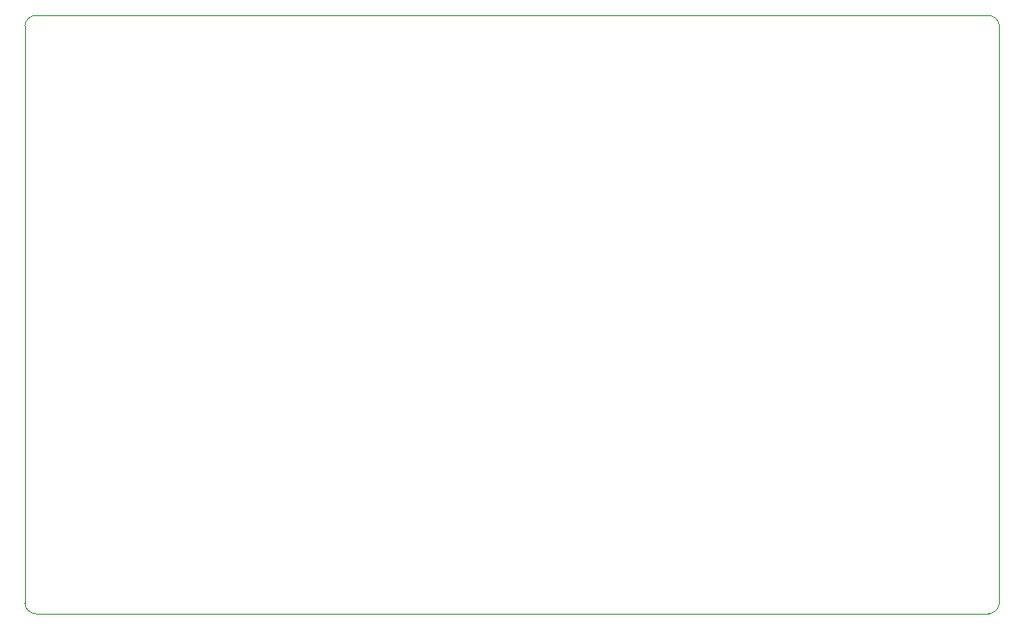
<source format=gm1>
G04 #@! TF.GenerationSoftware,KiCad,Pcbnew,7.0.8*
G04 #@! TF.CreationDate,2023-10-29T22:23:11+01:00*
G04 #@! TF.ProjectId,sumec,73756d65-632e-46b6-9963-61645f706362,rev?*
G04 #@! TF.SameCoordinates,Original*
G04 #@! TF.FileFunction,Profile,NP*
%FSLAX46Y46*%
G04 Gerber Fmt 4.6, Leading zero omitted, Abs format (unit mm)*
G04 Created by KiCad (PCBNEW 7.0.8) date 2023-10-29 22:23:11*
%MOMM*%
%LPD*%
G01*
G04 APERTURE LIST*
G04 #@! TA.AperFunction,Profile*
%ADD10C,0.100000*%
G04 #@! TD*
G04 APERTURE END LIST*
D10*
X151750000Y-44500000D02*
G75*
G03*
X150750000Y-45500000I0J-1000000D01*
G01*
X150750000Y-100000000D02*
G75*
G03*
X151750000Y-101000000I1000000J0D01*
G01*
X150750000Y-100000000D02*
X150750000Y-45500000D01*
X242750000Y-45500000D02*
G75*
G03*
X241750000Y-44500000I-1000000J0D01*
G01*
X151750000Y-44500000D02*
X241750000Y-44500000D01*
X241750000Y-101000000D02*
G75*
G03*
X242750000Y-100000000I0J1000000D01*
G01*
X241750000Y-101000000D02*
X151750000Y-101000000D01*
X242750000Y-45500000D02*
X242750000Y-100000000D01*
M02*

</source>
